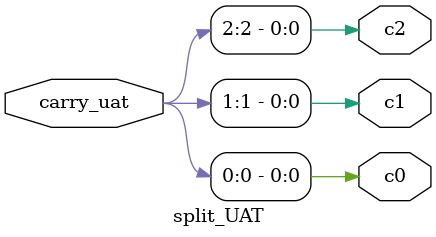
<source format=v>
`timescale 1ns / 1ps


module split_UAT(carry_uat, c0, c1, c2);

    input [3:0] carry_uat;
    output c0, c1, c2;
    
    assign c0 = carry_uat[0];
    assign c1 = carry_uat[1];
    assign c2 = carry_uat[2];
endmodule

</source>
